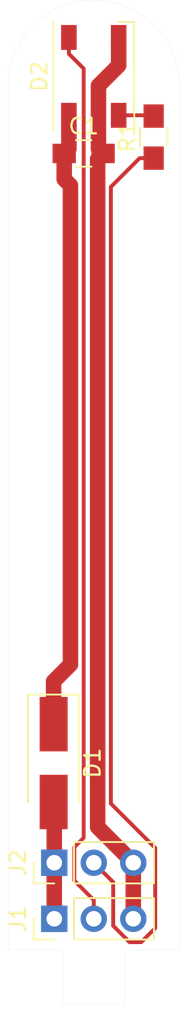
<source format=kicad_pcb>
(kicad_pcb (version 4) (host pcbnew 4.0.7)

  (general
    (links 0)
    (no_connects 7)
    (area 0 0 0 0)
    (thickness 1.6)
    (drawings 8)
    (tracks 39)
    (zones 0)
    (modules 6)
    (nets 7)
  )

  (page A4)
  (layers
    (0 F.Cu signal)
    (31 B.Cu signal)
    (32 B.Adhes user)
    (33 F.Adhes user)
    (34 B.Paste user)
    (35 F.Paste user)
    (36 B.SilkS user)
    (37 F.SilkS user)
    (38 B.Mask user)
    (39 F.Mask user)
    (40 Dwgs.User user)
    (41 Cmts.User user)
    (42 Eco1.User user)
    (43 Eco2.User user)
    (44 Edge.Cuts user)
    (45 Margin user)
    (46 B.CrtYd user)
    (47 F.CrtYd user)
    (48 B.Fab user)
    (49 F.Fab user)
  )

  (setup
    (last_trace_width 0.25)
    (user_trace_width 0.2)
    (user_trace_width 0.5)
    (user_trace_width 1)
    (trace_clearance 0.2)
    (zone_clearance 0.508)
    (zone_45_only no)
    (trace_min 0.2)
    (segment_width 0.2)
    (edge_width 0.15)
    (via_size 0.6)
    (via_drill 0.4)
    (via_min_size 0.4)
    (via_min_drill 0.3)
    (uvia_size 0.3)
    (uvia_drill 0.1)
    (uvias_allowed no)
    (uvia_min_size 0.2)
    (uvia_min_drill 0.1)
    (pcb_text_width 0.3)
    (pcb_text_size 1.5 1.5)
    (mod_edge_width 0.15)
    (mod_text_size 1 1)
    (mod_text_width 0.15)
    (pad_size 1.524 1.524)
    (pad_drill 0.762)
    (pad_to_mask_clearance 0.2)
    (aux_axis_origin 0 0)
    (visible_elements FFFFFF7F)
    (pcbplotparams
      (layerselection 0x00030_80000001)
      (usegerberextensions false)
      (excludeedgelayer true)
      (linewidth 0.100000)
      (plotframeref false)
      (viasonmask false)
      (mode 1)
      (useauxorigin false)
      (hpglpennumber 1)
      (hpglpenspeed 20)
      (hpglpendiameter 15)
      (hpglpenoverlay 2)
      (psnegative false)
      (psa4output false)
      (plotreference true)
      (plotvalue true)
      (plotinvisibletext false)
      (padsonsilk false)
      (subtractmaskfromsilk false)
      (outputformat 1)
      (mirror false)
      (drillshape 1)
      (scaleselection 1)
      (outputdirectory ""))
  )

  (net 0 "")
  (net 1 +5V)
  (net 2 GND)
  (net 3 "Net-(D1-Pad2)")
  (net 4 /DIN)
  (net 5 "Net-(D2-Pad2)")
  (net 6 /DOUT)

  (net_class Default "Dies ist die voreingestellte Netzklasse."
    (clearance 0.2)
    (trace_width 0.25)
    (via_dia 0.6)
    (via_drill 0.4)
    (uvia_dia 0.3)
    (uvia_drill 0.1)
    (add_net +5V)
    (add_net /DIN)
    (add_net /DOUT)
    (add_net GND)
    (add_net "Net-(D1-Pad2)")
    (add_net "Net-(D2-Pad2)")
  )

  (module Capacitors_SMD:C_0805_HandSoldering (layer F.Cu) (tedit 58AA84A8) (tstamp 5C90A309)
    (at 99.35 104.35)
    (descr "Capacitor SMD 0805, hand soldering")
    (tags "capacitor 0805")
    (path /5C895DC3)
    (attr smd)
    (fp_text reference C1 (at 0 -1.75) (layer F.SilkS)
      (effects (font (size 1 1) (thickness 0.15)))
    )
    (fp_text value 100nF (at 0 1.75) (layer F.Fab)
      (effects (font (size 1 1) (thickness 0.15)))
    )
    (fp_text user %R (at 0 -1.75) (layer F.Fab)
      (effects (font (size 1 1) (thickness 0.15)))
    )
    (fp_line (start -1 0.62) (end -1 -0.62) (layer F.Fab) (width 0.1))
    (fp_line (start 1 0.62) (end -1 0.62) (layer F.Fab) (width 0.1))
    (fp_line (start 1 -0.62) (end 1 0.62) (layer F.Fab) (width 0.1))
    (fp_line (start -1 -0.62) (end 1 -0.62) (layer F.Fab) (width 0.1))
    (fp_line (start 0.5 -0.85) (end -0.5 -0.85) (layer F.SilkS) (width 0.12))
    (fp_line (start -0.5 0.85) (end 0.5 0.85) (layer F.SilkS) (width 0.12))
    (fp_line (start -2.25 -0.88) (end 2.25 -0.88) (layer F.CrtYd) (width 0.05))
    (fp_line (start -2.25 -0.88) (end -2.25 0.87) (layer F.CrtYd) (width 0.05))
    (fp_line (start 2.25 0.87) (end 2.25 -0.88) (layer F.CrtYd) (width 0.05))
    (fp_line (start 2.25 0.87) (end -2.25 0.87) (layer F.CrtYd) (width 0.05))
    (pad 1 smd rect (at -1.25 0) (size 1.5 1.25) (layers F.Cu F.Paste F.Mask)
      (net 1 +5V))
    (pad 2 smd rect (at 1.25 0) (size 1.5 1.25) (layers F.Cu F.Paste F.Mask)
      (net 2 GND))
    (model Capacitors_SMD.3dshapes/C_0805.wrl
      (at (xyz 0 0 0))
      (scale (xyz 1 1 1))
      (rotate (xyz 0 0 0))
    )
  )

  (module Diodes_SMD:D_SMA_Handsoldering (layer F.Cu) (tedit 58643398) (tstamp 5C90A321)
    (at 97.42 143.5 270)
    (descr "Diode SMA (DO-214AC) Handsoldering")
    (tags "Diode SMA (DO-214AC) Handsoldering")
    (path /5C895D7D)
    (attr smd)
    (fp_text reference D1 (at 0 -2.5 270) (layer F.SilkS)
      (effects (font (size 1 1) (thickness 0.15)))
    )
    (fp_text value D_Schottky (at 0 2.6 270) (layer F.Fab)
      (effects (font (size 1 1) (thickness 0.15)))
    )
    (fp_text user %R (at 0 -2.5 270) (layer F.Fab)
      (effects (font (size 1 1) (thickness 0.15)))
    )
    (fp_line (start -4.4 -1.65) (end -4.4 1.65) (layer F.SilkS) (width 0.12))
    (fp_line (start 2.3 1.5) (end -2.3 1.5) (layer F.Fab) (width 0.1))
    (fp_line (start -2.3 1.5) (end -2.3 -1.5) (layer F.Fab) (width 0.1))
    (fp_line (start 2.3 -1.5) (end 2.3 1.5) (layer F.Fab) (width 0.1))
    (fp_line (start 2.3 -1.5) (end -2.3 -1.5) (layer F.Fab) (width 0.1))
    (fp_line (start -4.5 -1.75) (end 4.5 -1.75) (layer F.CrtYd) (width 0.05))
    (fp_line (start 4.5 -1.75) (end 4.5 1.75) (layer F.CrtYd) (width 0.05))
    (fp_line (start 4.5 1.75) (end -4.5 1.75) (layer F.CrtYd) (width 0.05))
    (fp_line (start -4.5 1.75) (end -4.5 -1.75) (layer F.CrtYd) (width 0.05))
    (fp_line (start -0.64944 0.00102) (end -1.55114 0.00102) (layer F.Fab) (width 0.1))
    (fp_line (start 0.50118 0.00102) (end 1.4994 0.00102) (layer F.Fab) (width 0.1))
    (fp_line (start -0.64944 -0.79908) (end -0.64944 0.80112) (layer F.Fab) (width 0.1))
    (fp_line (start 0.50118 0.75032) (end 0.50118 -0.79908) (layer F.Fab) (width 0.1))
    (fp_line (start -0.64944 0.00102) (end 0.50118 0.75032) (layer F.Fab) (width 0.1))
    (fp_line (start -0.64944 0.00102) (end 0.50118 -0.79908) (layer F.Fab) (width 0.1))
    (fp_line (start -4.4 1.65) (end 2.5 1.65) (layer F.SilkS) (width 0.12))
    (fp_line (start -4.4 -1.65) (end 2.5 -1.65) (layer F.SilkS) (width 0.12))
    (pad 1 smd rect (at -2.5 0 270) (size 3.5 1.8) (layers F.Cu F.Paste F.Mask)
      (net 1 +5V))
    (pad 2 smd rect (at 2.5 0 270) (size 3.5 1.8) (layers F.Cu F.Paste F.Mask)
      (net 3 "Net-(D1-Pad2)"))
    (model ${KISYS3DMOD}/Diodes_SMD.3dshapes/D_SMA.wrl
      (at (xyz 0 0 0))
      (scale (xyz 1 1 1))
      (rotate (xyz 0 0 0))
    )
  )

  (module LEDs:LED_WS2812B-PLCC4 (layer F.Cu) (tedit 587A6D9E) (tstamp 5C90A336)
    (at 100 99.4 90)
    (descr http://www.world-semi.com/uploads/soft/150522/1-150522091P5.pdf)
    (tags "LED NeoPixel")
    (path /5C89666C)
    (attr smd)
    (fp_text reference D2 (at 0 -3.5 90) (layer F.SilkS)
      (effects (font (size 1 1) (thickness 0.15)))
    )
    (fp_text value WS2812B (at 0 4 90) (layer F.Fab)
      (effects (font (size 1 1) (thickness 0.15)))
    )
    (fp_line (start 3.75 -2.85) (end -3.75 -2.85) (layer F.CrtYd) (width 0.05))
    (fp_line (start 3.75 2.85) (end 3.75 -2.85) (layer F.CrtYd) (width 0.05))
    (fp_line (start -3.75 2.85) (end 3.75 2.85) (layer F.CrtYd) (width 0.05))
    (fp_line (start -3.75 -2.85) (end -3.75 2.85) (layer F.CrtYd) (width 0.05))
    (fp_line (start 2.5 1.5) (end 1.5 2.5) (layer F.Fab) (width 0.1))
    (fp_line (start -2.5 -2.5) (end -2.5 2.5) (layer F.Fab) (width 0.1))
    (fp_line (start -2.5 2.5) (end 2.5 2.5) (layer F.Fab) (width 0.1))
    (fp_line (start 2.5 2.5) (end 2.5 -2.5) (layer F.Fab) (width 0.1))
    (fp_line (start 2.5 -2.5) (end -2.5 -2.5) (layer F.Fab) (width 0.1))
    (fp_line (start -3.5 -2.6) (end 3.5 -2.6) (layer F.SilkS) (width 0.12))
    (fp_line (start -3.5 2.6) (end 3.5 2.6) (layer F.SilkS) (width 0.12))
    (fp_line (start 3.5 2.6) (end 3.5 1.6) (layer F.SilkS) (width 0.12))
    (fp_circle (center 0 0) (end 0 -2) (layer F.Fab) (width 0.1))
    (pad 3 smd rect (at 2.5 1.6 90) (size 1.6 1) (layers F.Cu F.Paste F.Mask)
      (net 2 GND))
    (pad 4 smd rect (at 2.5 -1.6 90) (size 1.6 1) (layers F.Cu F.Paste F.Mask)
      (net 4 /DIN))
    (pad 2 smd rect (at -2.5 1.6 90) (size 1.6 1) (layers F.Cu F.Paste F.Mask)
      (net 5 "Net-(D2-Pad2)"))
    (pad 1 smd rect (at -2.5 -1.6 90) (size 1.6 1) (layers F.Cu F.Paste F.Mask)
      (net 1 +5V))
    (model ${KISYS3DMOD}/LEDs.3dshapes/LED_WS2812B-PLCC4.wrl
      (at (xyz 0 0 0))
      (scale (xyz 0.39 0.39 0.39))
      (rotate (xyz 0 0 180))
    )
  )

  (module Pin_Headers:Pin_Header_Straight_1x03_Pitch2.54mm (layer F.Cu) (tedit 59650532) (tstamp 5C90A34D)
    (at 97.46 153.5 90)
    (descr "Through hole straight pin header, 1x03, 2.54mm pitch, single row")
    (tags "Through hole pin header THT 1x03 2.54mm single row")
    (path /5C895D21)
    (fp_text reference J1 (at 0 -2.33 90) (layer F.SilkS)
      (effects (font (size 1 1) (thickness 0.15)))
    )
    (fp_text value Conn_01x03_Male (at 0 7.41 90) (layer F.Fab)
      (effects (font (size 1 1) (thickness 0.15)))
    )
    (fp_line (start -0.635 -1.27) (end 1.27 -1.27) (layer F.Fab) (width 0.1))
    (fp_line (start 1.27 -1.27) (end 1.27 6.35) (layer F.Fab) (width 0.1))
    (fp_line (start 1.27 6.35) (end -1.27 6.35) (layer F.Fab) (width 0.1))
    (fp_line (start -1.27 6.35) (end -1.27 -0.635) (layer F.Fab) (width 0.1))
    (fp_line (start -1.27 -0.635) (end -0.635 -1.27) (layer F.Fab) (width 0.1))
    (fp_line (start -1.33 6.41) (end 1.33 6.41) (layer F.SilkS) (width 0.12))
    (fp_line (start -1.33 1.27) (end -1.33 6.41) (layer F.SilkS) (width 0.12))
    (fp_line (start 1.33 1.27) (end 1.33 6.41) (layer F.SilkS) (width 0.12))
    (fp_line (start -1.33 1.27) (end 1.33 1.27) (layer F.SilkS) (width 0.12))
    (fp_line (start -1.33 0) (end -1.33 -1.33) (layer F.SilkS) (width 0.12))
    (fp_line (start -1.33 -1.33) (end 0 -1.33) (layer F.SilkS) (width 0.12))
    (fp_line (start -1.8 -1.8) (end -1.8 6.85) (layer F.CrtYd) (width 0.05))
    (fp_line (start -1.8 6.85) (end 1.8 6.85) (layer F.CrtYd) (width 0.05))
    (fp_line (start 1.8 6.85) (end 1.8 -1.8) (layer F.CrtYd) (width 0.05))
    (fp_line (start 1.8 -1.8) (end -1.8 -1.8) (layer F.CrtYd) (width 0.05))
    (fp_text user %R (at 0 2.54 180) (layer F.Fab)
      (effects (font (size 1 1) (thickness 0.15)))
    )
    (pad 1 thru_hole rect (at 0 0 90) (size 1.7 1.7) (drill 1) (layers *.Cu *.Mask)
      (net 3 "Net-(D1-Pad2)"))
    (pad 2 thru_hole oval (at 0 2.54 90) (size 1.7 1.7) (drill 1) (layers *.Cu *.Mask)
      (net 4 /DIN))
    (pad 3 thru_hole oval (at 0 5.08 90) (size 1.7 1.7) (drill 1) (layers *.Cu *.Mask)
      (net 2 GND))
    (model ${KISYS3DMOD}/Pin_Headers.3dshapes/Pin_Header_Straight_1x03_Pitch2.54mm.wrl
      (at (xyz 0 0 0))
      (scale (xyz 1 1 1))
      (rotate (xyz 0 0 0))
    )
  )

  (module Pin_Headers:Pin_Header_Straight_1x03_Pitch2.54mm (layer F.Cu) (tedit 59650532) (tstamp 5C90A364)
    (at 97.46 149.9 90)
    (descr "Through hole straight pin header, 1x03, 2.54mm pitch, single row")
    (tags "Through hole pin header THT 1x03 2.54mm single row")
    (path /5C89698C)
    (fp_text reference J2 (at 0 -2.33 90) (layer F.SilkS)
      (effects (font (size 1 1) (thickness 0.15)))
    )
    (fp_text value Conn_01x03_Male (at 0 7.41 90) (layer F.Fab)
      (effects (font (size 1 1) (thickness 0.15)))
    )
    (fp_line (start -0.635 -1.27) (end 1.27 -1.27) (layer F.Fab) (width 0.1))
    (fp_line (start 1.27 -1.27) (end 1.27 6.35) (layer F.Fab) (width 0.1))
    (fp_line (start 1.27 6.35) (end -1.27 6.35) (layer F.Fab) (width 0.1))
    (fp_line (start -1.27 6.35) (end -1.27 -0.635) (layer F.Fab) (width 0.1))
    (fp_line (start -1.27 -0.635) (end -0.635 -1.27) (layer F.Fab) (width 0.1))
    (fp_line (start -1.33 6.41) (end 1.33 6.41) (layer F.SilkS) (width 0.12))
    (fp_line (start -1.33 1.27) (end -1.33 6.41) (layer F.SilkS) (width 0.12))
    (fp_line (start 1.33 1.27) (end 1.33 6.41) (layer F.SilkS) (width 0.12))
    (fp_line (start -1.33 1.27) (end 1.33 1.27) (layer F.SilkS) (width 0.12))
    (fp_line (start -1.33 0) (end -1.33 -1.33) (layer F.SilkS) (width 0.12))
    (fp_line (start -1.33 -1.33) (end 0 -1.33) (layer F.SilkS) (width 0.12))
    (fp_line (start -1.8 -1.8) (end -1.8 6.85) (layer F.CrtYd) (width 0.05))
    (fp_line (start -1.8 6.85) (end 1.8 6.85) (layer F.CrtYd) (width 0.05))
    (fp_line (start 1.8 6.85) (end 1.8 -1.8) (layer F.CrtYd) (width 0.05))
    (fp_line (start 1.8 -1.8) (end -1.8 -1.8) (layer F.CrtYd) (width 0.05))
    (fp_text user %R (at 0 2.54 180) (layer F.Fab)
      (effects (font (size 1 1) (thickness 0.15)))
    )
    (pad 1 thru_hole rect (at 0 0 90) (size 1.7 1.7) (drill 1) (layers *.Cu *.Mask)
      (net 3 "Net-(D1-Pad2)"))
    (pad 2 thru_hole oval (at 0 2.54 90) (size 1.7 1.7) (drill 1) (layers *.Cu *.Mask)
      (net 6 /DOUT))
    (pad 3 thru_hole oval (at 0 5.08 90) (size 1.7 1.7) (drill 1) (layers *.Cu *.Mask)
      (net 2 GND))
    (model ${KISYS3DMOD}/Pin_Headers.3dshapes/Pin_Header_Straight_1x03_Pitch2.54mm.wrl
      (at (xyz 0 0 0))
      (scale (xyz 1 1 1))
      (rotate (xyz 0 0 0))
    )
  )

  (module Resistors_SMD:R_0805_HandSoldering (layer F.Cu) (tedit 58E0A804) (tstamp 5C90A375)
    (at 103.85 103.3 90)
    (descr "Resistor SMD 0805, hand soldering")
    (tags "resistor 0805")
    (path /5C896B6B)
    (attr smd)
    (fp_text reference R1 (at 0 -1.7 90) (layer F.SilkS)
      (effects (font (size 1 1) (thickness 0.15)))
    )
    (fp_text value 75R (at 0 1.75 90) (layer F.Fab)
      (effects (font (size 1 1) (thickness 0.15)))
    )
    (fp_text user %R (at -1.29 -0.04 90) (layer F.Fab)
      (effects (font (size 0.5 0.5) (thickness 0.075)))
    )
    (fp_line (start -1 0.62) (end -1 -0.62) (layer F.Fab) (width 0.1))
    (fp_line (start 1 0.62) (end -1 0.62) (layer F.Fab) (width 0.1))
    (fp_line (start 1 -0.62) (end 1 0.62) (layer F.Fab) (width 0.1))
    (fp_line (start -1 -0.62) (end 1 -0.62) (layer F.Fab) (width 0.1))
    (fp_line (start 0.6 0.88) (end -0.6 0.88) (layer F.SilkS) (width 0.12))
    (fp_line (start -0.6 -0.88) (end 0.6 -0.88) (layer F.SilkS) (width 0.12))
    (fp_line (start -2.35 -0.9) (end 2.35 -0.9) (layer F.CrtYd) (width 0.05))
    (fp_line (start -2.35 -0.9) (end -2.35 0.9) (layer F.CrtYd) (width 0.05))
    (fp_line (start 2.35 0.9) (end 2.35 -0.9) (layer F.CrtYd) (width 0.05))
    (fp_line (start 2.35 0.9) (end -2.35 0.9) (layer F.CrtYd) (width 0.05))
    (pad 1 smd rect (at -1.35 0 90) (size 1.5 1.3) (layers F.Cu F.Paste F.Mask)
      (net 6 /DOUT))
    (pad 2 smd rect (at 1.35 0 90) (size 1.5 1.3) (layers F.Cu F.Paste F.Mask)
      (net 5 "Net-(D2-Pad2)"))
    (model ${KISYS3DMOD}/Resistors_SMD.3dshapes/R_0805.wrl
      (at (xyz 0 0 0))
      (scale (xyz 1 1 1))
      (rotate (xyz 0 0 0))
    )
  )

  (gr_line (start 105.5 155.5) (end 105.5 100) (layer Edge.Cuts) (width 0.01))
  (gr_line (start 102 155.5) (end 105.5 155.5) (layer Edge.Cuts) (width 0.01))
  (gr_line (start 102 159) (end 102 155.5) (layer Edge.Cuts) (width 0.01))
  (gr_line (start 98 159) (end 102 159) (layer Edge.Cuts) (width 0.01))
  (gr_line (start 98 155.5) (end 98 159) (layer Edge.Cuts) (width 0.01))
  (gr_line (start 94.5 155.5) (end 98 155.5) (layer Edge.Cuts) (width 0.01))
  (gr_line (start 94.5 100) (end 94.5 155.5) (layer Edge.Cuts) (width 0.01))
  (gr_arc (start 100 100) (end 94.5 100) (angle 180) (layer Edge.Cuts) (width 0.01))

  (segment (start 98.1 104.35) (end 98.1 106) (width 1) (layer F.Cu) (net 1))
  (segment (start 98.1 106) (end 98.5 106.4) (width 1) (layer F.Cu) (net 1))
  (segment (start 98.5 106.4) (end 98.5 137.17) (width 1) (layer F.Cu) (net 1))
  (segment (start 98.5 137.17) (end 97.42 138.25) (width 1) (layer F.Cu) (net 1))
  (segment (start 97.42 138.25) (end 97.42 141) (width 1) (layer F.Cu) (net 1))
  (segment (start 98.4 101.9) (end 98.4 104.05) (width 1) (layer F.Cu) (net 1))
  (segment (start 98.4 104.05) (end 98.1 104.35) (width 1) (layer F.Cu) (net 1))
  (segment (start 97.55 140.87) (end 97.42 141) (width 1) (layer F.Cu) (net 1))
  (segment (start 101.690001 149.050001) (end 102.54 149.9) (width 1) (layer F.Cu) (net 2))
  (segment (start 100.25 147.61) (end 101.690001 149.050001) (width 1) (layer F.Cu) (net 2))
  (segment (start 100.25 104.7) (end 100.25 147.61) (width 1) (layer F.Cu) (net 2))
  (segment (start 100.6 104.35) (end 100.25 104.7) (width 1) (layer F.Cu) (net 2))
  (segment (start 100.3 104.05) (end 100.3 100) (width 1) (layer F.Cu) (net 2))
  (segment (start 100.3 100) (end 101.6 98.7) (width 1) (layer F.Cu) (net 2))
  (segment (start 101.6 98.7) (end 101.6 96.9) (width 1) (layer F.Cu) (net 2))
  (segment (start 100.6 104.35) (end 100.3 104.05) (width 1) (layer F.Cu) (net 2))
  (segment (start 102.54 153.5) (end 102.54 149.9) (width 1) (layer F.Cu) (net 2))
  (segment (start 97.46 149.9) (end 97.46 153.5) (width 1) (layer F.Cu) (net 3))
  (segment (start 97.46 149.9) (end 97.46 146.04) (width 1) (layer F.Cu) (net 3))
  (segment (start 97.46 146.04) (end 97.42 146) (width 1) (layer F.Cu) (net 3))
  (segment (start 98.75 151.047919) (end 98.75 148.9) (width 0.25) (layer F.Cu) (net 4))
  (segment (start 98.4 96.9) (end 98.4 97.95) (width 0.25) (layer F.Cu) (net 4))
  (segment (start 98.4 97.95) (end 99.35 98.9) (width 0.25) (layer F.Cu) (net 4))
  (segment (start 99.35 98.9) (end 99.35 148.3) (width 0.25) (layer F.Cu) (net 4))
  (segment (start 99.35 148.3) (end 98.75 148.9) (width 0.25) (layer F.Cu) (net 4))
  (segment (start 100 153.5) (end 100 152.297919) (width 0.25) (layer F.Cu) (net 4))
  (segment (start 100 152.297919) (end 98.75 151.047919) (width 0.25) (layer F.Cu) (net 4))
  (segment (start 101.6 101.9) (end 103.8 101.9) (width 0.25) (layer F.Cu) (net 5))
  (segment (start 103.8 101.9) (end 103.85 101.95) (width 0.25) (layer F.Cu) (net 5))
  (segment (start 103.85 104.65) (end 102.95 104.65) (width 0.25) (layer F.Cu) (net 6))
  (segment (start 102.95 104.65) (end 101.1 106.5) (width 0.25) (layer F.Cu) (net 6))
  (segment (start 101.25 151.15) (end 100 149.9) (width 0.25) (layer F.Cu) (net 6))
  (segment (start 101.1 106.5) (end 101.1 146.1) (width 0.25) (layer F.Cu) (net 6))
  (segment (start 101.1 146.1) (end 103.95 148.95) (width 0.25) (layer F.Cu) (net 6))
  (segment (start 103.05 155) (end 102.300998 155) (width 0.25) (layer F.Cu) (net 6))
  (segment (start 102.300998 155) (end 101.25 153.949002) (width 0.25) (layer F.Cu) (net 6))
  (segment (start 103.95 148.95) (end 103.95 154.1) (width 0.25) (layer F.Cu) (net 6))
  (segment (start 103.95 154.1) (end 103.05 155) (width 0.25) (layer F.Cu) (net 6))
  (segment (start 101.25 153.949002) (end 101.25 151.15) (width 0.25) (layer F.Cu) (net 6))

)

</source>
